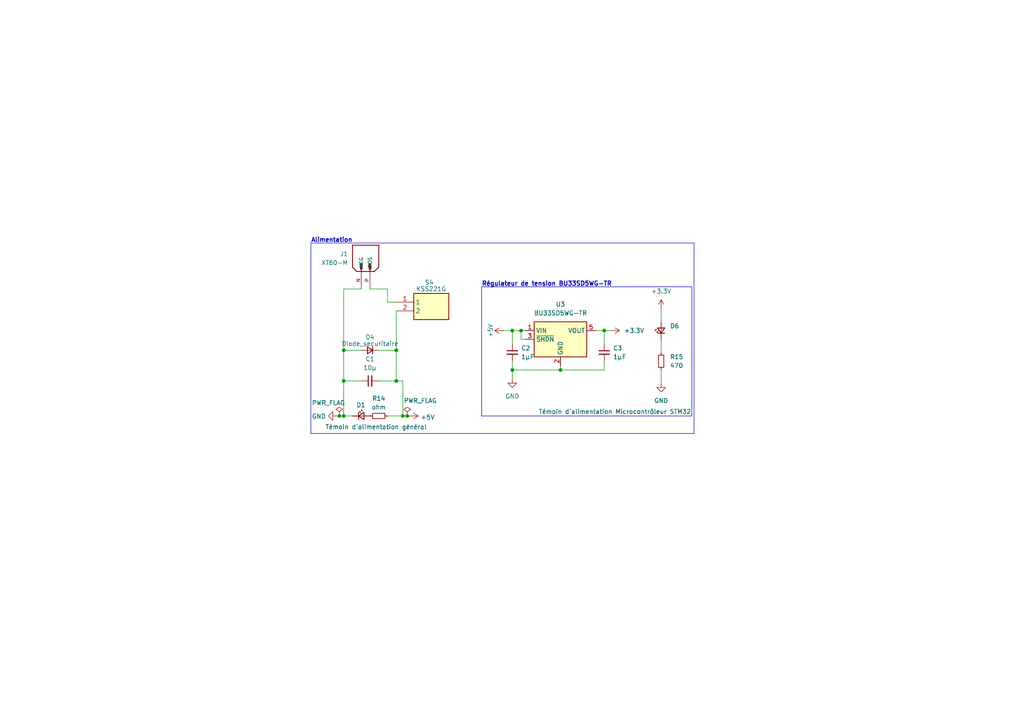
<source format=kicad_sch>
(kicad_sch (version 20230121) (generator eeschema)

  (uuid dfbbaa7b-3fbf-4633-9a47-9eccaa031377)

  (paper "A4")

  (lib_symbols
    (symbol "Device:C_Small" (pin_numbers hide) (pin_names (offset 0.254) hide) (in_bom yes) (on_board yes)
      (property "Reference" "C" (at 0.254 1.778 0)
        (effects (font (size 1.27 1.27)) (justify left))
      )
      (property "Value" "C_Small" (at 0.254 -2.032 0)
        (effects (font (size 1.27 1.27)) (justify left))
      )
      (property "Footprint" "" (at 0 0 0)
        (effects (font (size 1.27 1.27)) hide)
      )
      (property "Datasheet" "~" (at 0 0 0)
        (effects (font (size 1.27 1.27)) hide)
      )
      (property "ki_keywords" "capacitor cap" (at 0 0 0)
        (effects (font (size 1.27 1.27)) hide)
      )
      (property "ki_description" "Unpolarized capacitor, small symbol" (at 0 0 0)
        (effects (font (size 1.27 1.27)) hide)
      )
      (property "ki_fp_filters" "C_*" (at 0 0 0)
        (effects (font (size 1.27 1.27)) hide)
      )
      (symbol "C_Small_0_1"
        (polyline
          (pts
            (xy -1.524 -0.508)
            (xy 1.524 -0.508)
          )
          (stroke (width 0.3302) (type default))
          (fill (type none))
        )
        (polyline
          (pts
            (xy -1.524 0.508)
            (xy 1.524 0.508)
          )
          (stroke (width 0.3048) (type default))
          (fill (type none))
        )
      )
      (symbol "C_Small_1_1"
        (pin passive line (at 0 2.54 270) (length 2.032)
          (name "~" (effects (font (size 1.27 1.27))))
          (number "1" (effects (font (size 1.27 1.27))))
        )
        (pin passive line (at 0 -2.54 90) (length 2.032)
          (name "~" (effects (font (size 1.27 1.27))))
          (number "2" (effects (font (size 1.27 1.27))))
        )
      )
    )
    (symbol "Device:D_Small" (pin_numbers hide) (pin_names (offset 0.254) hide) (in_bom yes) (on_board yes)
      (property "Reference" "D" (at -1.27 2.032 0)
        (effects (font (size 1.27 1.27)) (justify left))
      )
      (property "Value" "D_Small" (at -3.81 -2.032 0)
        (effects (font (size 1.27 1.27)) (justify left))
      )
      (property "Footprint" "" (at 0 0 90)
        (effects (font (size 1.27 1.27)) hide)
      )
      (property "Datasheet" "~" (at 0 0 90)
        (effects (font (size 1.27 1.27)) hide)
      )
      (property "Sim.Device" "D" (at 0 0 0)
        (effects (font (size 1.27 1.27)) hide)
      )
      (property "Sim.Pins" "1=K 2=A" (at 0 0 0)
        (effects (font (size 1.27 1.27)) hide)
      )
      (property "ki_keywords" "diode" (at 0 0 0)
        (effects (font (size 1.27 1.27)) hide)
      )
      (property "ki_description" "Diode, small symbol" (at 0 0 0)
        (effects (font (size 1.27 1.27)) hide)
      )
      (property "ki_fp_filters" "TO-???* *_Diode_* *SingleDiode* D_*" (at 0 0 0)
        (effects (font (size 1.27 1.27)) hide)
      )
      (symbol "D_Small_0_1"
        (polyline
          (pts
            (xy -0.762 -1.016)
            (xy -0.762 1.016)
          )
          (stroke (width 0.254) (type default))
          (fill (type none))
        )
        (polyline
          (pts
            (xy -0.762 0)
            (xy 0.762 0)
          )
          (stroke (width 0) (type default))
          (fill (type none))
        )
        (polyline
          (pts
            (xy 0.762 -1.016)
            (xy -0.762 0)
            (xy 0.762 1.016)
            (xy 0.762 -1.016)
          )
          (stroke (width 0.254) (type default))
          (fill (type none))
        )
      )
      (symbol "D_Small_1_1"
        (pin passive line (at -2.54 0 0) (length 1.778)
          (name "K" (effects (font (size 1.27 1.27))))
          (number "1" (effects (font (size 1.27 1.27))))
        )
        (pin passive line (at 2.54 0 180) (length 1.778)
          (name "A" (effects (font (size 1.27 1.27))))
          (number "2" (effects (font (size 1.27 1.27))))
        )
      )
    )
    (symbol "Device:LED_Small" (pin_numbers hide) (pin_names (offset 0.254) hide) (in_bom yes) (on_board yes)
      (property "Reference" "D" (at -1.27 3.175 0)
        (effects (font (size 1.27 1.27)) (justify left))
      )
      (property "Value" "LED_Small" (at -4.445 -2.54 0)
        (effects (font (size 1.27 1.27)) (justify left))
      )
      (property "Footprint" "" (at 0 0 90)
        (effects (font (size 1.27 1.27)) hide)
      )
      (property "Datasheet" "~" (at 0 0 90)
        (effects (font (size 1.27 1.27)) hide)
      )
      (property "ki_keywords" "LED diode light-emitting-diode" (at 0 0 0)
        (effects (font (size 1.27 1.27)) hide)
      )
      (property "ki_description" "Light emitting diode, small symbol" (at 0 0 0)
        (effects (font (size 1.27 1.27)) hide)
      )
      (property "ki_fp_filters" "LED* LED_SMD:* LED_THT:*" (at 0 0 0)
        (effects (font (size 1.27 1.27)) hide)
      )
      (symbol "LED_Small_0_1"
        (polyline
          (pts
            (xy -0.762 -1.016)
            (xy -0.762 1.016)
          )
          (stroke (width 0.254) (type default))
          (fill (type none))
        )
        (polyline
          (pts
            (xy 1.016 0)
            (xy -0.762 0)
          )
          (stroke (width 0) (type default))
          (fill (type none))
        )
        (polyline
          (pts
            (xy 0.762 -1.016)
            (xy -0.762 0)
            (xy 0.762 1.016)
            (xy 0.762 -1.016)
          )
          (stroke (width 0.254) (type default))
          (fill (type none))
        )
        (polyline
          (pts
            (xy 0 0.762)
            (xy -0.508 1.27)
            (xy -0.254 1.27)
            (xy -0.508 1.27)
            (xy -0.508 1.016)
          )
          (stroke (width 0) (type default))
          (fill (type none))
        )
        (polyline
          (pts
            (xy 0.508 1.27)
            (xy 0 1.778)
            (xy 0.254 1.778)
            (xy 0 1.778)
            (xy 0 1.524)
          )
          (stroke (width 0) (type default))
          (fill (type none))
        )
      )
      (symbol "LED_Small_1_1"
        (pin passive line (at -2.54 0 0) (length 1.778)
          (name "K" (effects (font (size 1.27 1.27))))
          (number "1" (effects (font (size 1.27 1.27))))
        )
        (pin passive line (at 2.54 0 180) (length 1.778)
          (name "A" (effects (font (size 1.27 1.27))))
          (number "2" (effects (font (size 1.27 1.27))))
        )
      )
    )
    (symbol "Device:R_Small" (pin_numbers hide) (pin_names (offset 0.254) hide) (in_bom yes) (on_board yes)
      (property "Reference" "R" (at 0.762 0.508 0)
        (effects (font (size 1.27 1.27)) (justify left))
      )
      (property "Value" "R_Small" (at 0.762 -1.016 0)
        (effects (font (size 1.27 1.27)) (justify left))
      )
      (property "Footprint" "" (at 0 0 0)
        (effects (font (size 1.27 1.27)) hide)
      )
      (property "Datasheet" "~" (at 0 0 0)
        (effects (font (size 1.27 1.27)) hide)
      )
      (property "ki_keywords" "R resistor" (at 0 0 0)
        (effects (font (size 1.27 1.27)) hide)
      )
      (property "ki_description" "Resistor, small symbol" (at 0 0 0)
        (effects (font (size 1.27 1.27)) hide)
      )
      (property "ki_fp_filters" "R_*" (at 0 0 0)
        (effects (font (size 1.27 1.27)) hide)
      )
      (symbol "R_Small_0_1"
        (rectangle (start -0.762 1.778) (end 0.762 -1.778)
          (stroke (width 0.2032) (type default))
          (fill (type none))
        )
      )
      (symbol "R_Small_1_1"
        (pin passive line (at 0 2.54 270) (length 0.762)
          (name "~" (effects (font (size 1.27 1.27))))
          (number "1" (effects (font (size 1.27 1.27))))
        )
        (pin passive line (at 0 -2.54 90) (length 0.762)
          (name "~" (effects (font (size 1.27 1.27))))
          (number "2" (effects (font (size 1.27 1.27))))
        )
      )
    )
    (symbol "KSS221G:KSS221G" (in_bom yes) (on_board yes)
      (property "Reference" "S" (at 16.51 7.62 0)
        (effects (font (size 1.27 1.27)) (justify left top))
      )
      (property "Value" "KSS221G" (at 16.51 5.08 0)
        (effects (font (size 1.27 1.27)) (justify left top))
      )
      (property "Footprint" "KSS221G" (at 16.51 -94.92 0)
        (effects (font (size 1.27 1.27)) (justify left top) hide)
      )
      (property "Datasheet" "https://www.ckswitches.com/media/1463/kss.pdf" (at 16.51 -194.92 0)
        (effects (font (size 1.27 1.27)) (justify left top) hide)
      )
      (property "Height" "1.7" (at 16.51 -394.92 0)
        (effects (font (size 1.27 1.27)) (justify left top) hide)
      )
      (property "Mouser Part Number" "611-KSS221G" (at 16.51 -494.92 0)
        (effects (font (size 1.27 1.27)) (justify left top) hide)
      )
      (property "Mouser Price/Stock" "https://www.mouser.co.uk/ProductDetail/CK/KSS221G?qs=rSrlmGad8O6iNCSzuRfKUQ%3D%3D" (at 16.51 -594.92 0)
        (effects (font (size 1.27 1.27)) (justify left top) hide)
      )
      (property "Manufacturer_Name" "C & K COMPONENTS" (at 16.51 -694.92 0)
        (effects (font (size 1.27 1.27)) (justify left top) hide)
      )
      (property "Manufacturer_Part_Number" "KSS221G" (at 16.51 -794.92 0)
        (effects (font (size 1.27 1.27)) (justify left top) hide)
      )
      (property "ki_description" "Tactile Switch SPST-NO Side Actuated Surface Mount, Right Angle" (at 0 0 0)
        (effects (font (size 1.27 1.27)) hide)
      )
      (symbol "KSS221G_1_1"
        (rectangle (start 5.08 2.54) (end 15.24 -5.08)
          (stroke (width 0.254) (type default))
          (fill (type background))
        )
        (pin passive line (at 0 0 0) (length 5.08)
          (name "1" (effects (font (size 1.27 1.27))))
          (number "1" (effects (font (size 1.27 1.27))))
        )
        (pin passive line (at 0 -2.54 0) (length 5.08)
          (name "2" (effects (font (size 1.27 1.27))))
          (number "2" (effects (font (size 1.27 1.27))))
        )
      )
    )
    (symbol "Regulator_Linear:MCP1802x-xx02xOT" (in_bom yes) (on_board yes)
      (property "Reference" "U" (at -6.35 6.35 0)
        (effects (font (size 1.27 1.27)) (justify left))
      )
      (property "Value" "MCP1802x-xx02xOT" (at 0 6.35 0)
        (effects (font (size 1.27 1.27)) (justify left))
      )
      (property "Footprint" "Package_TO_SOT_SMD:SOT-23-5" (at -6.35 8.89 0)
        (effects (font (size 1.27 1.27) italic) (justify left) hide)
      )
      (property "Datasheet" "http://ww1.microchip.com/downloads/en/DeviceDoc/22053C.pdf" (at 0 -2.54 0)
        (effects (font (size 1.27 1.27)) hide)
      )
      (property "ki_keywords" "LDO Linear Voltage Regulator" (at 0 0 0)
        (effects (font (size 1.27 1.27)) hide)
      )
      (property "ki_description" "150mA, Tiny CMOS LDO With Shutdown, Fixed Voltage, SOT-23-5" (at 0 0 0)
        (effects (font (size 1.27 1.27)) hide)
      )
      (property "ki_fp_filters" "SOT?23*" (at 0 0 0)
        (effects (font (size 1.27 1.27)) hide)
      )
      (symbol "MCP1802x-xx02xOT_0_1"
        (rectangle (start -7.62 5.08) (end 7.62 -5.08)
          (stroke (width 0.254) (type default))
          (fill (type background))
        )
      )
      (symbol "MCP1802x-xx02xOT_1_1"
        (pin power_in line (at -10.16 2.54 0) (length 2.54)
          (name "VIN" (effects (font (size 1.27 1.27))))
          (number "1" (effects (font (size 1.27 1.27))))
        )
        (pin power_in line (at 0 -7.62 90) (length 2.54)
          (name "GND" (effects (font (size 1.27 1.27))))
          (number "2" (effects (font (size 1.27 1.27))))
        )
        (pin input line (at -10.16 0 0) (length 2.54)
          (name "~{SHDN}" (effects (font (size 1.27 1.27))))
          (number "3" (effects (font (size 1.27 1.27))))
        )
        (pin no_connect line (at 7.62 0 180) (length 2.54) hide
          (name "NC" (effects (font (size 1.27 1.27))))
          (number "4" (effects (font (size 1.27 1.27))))
        )
        (pin power_out line (at 10.16 2.54 180) (length 2.54)
          (name "VOUT" (effects (font (size 1.27 1.27))))
          (number "5" (effects (font (size 1.27 1.27))))
        )
      )
    )
    (symbol "XT60-M:XT60-M" (pin_names (offset 1.016)) (in_bom yes) (on_board yes)
      (property "Reference" "J" (at 0 6.35 0)
        (effects (font (size 1.27 1.27)) (justify left bottom))
      )
      (property "Value" "XT60-M" (at 0 -5.08 0)
        (effects (font (size 1.27 1.27)) (justify left bottom))
      )
      (property "Footprint" "XT60-M:AMASS_XT60-M" (at 0 0 0)
        (effects (font (size 1.27 1.27)) (justify bottom) hide)
      )
      (property "Datasheet" "" (at 0 0 0)
        (effects (font (size 1.27 1.27)) hide)
      )
      (property "MF" "AMASS" (at 0 0 0)
        (effects (font (size 1.27 1.27)) (justify bottom) hide)
      )
      (property "MAXIMUM_PACKAGE_HEIGHT" "16.00 mm" (at 0 0 0)
        (effects (font (size 1.27 1.27)) (justify bottom) hide)
      )
      (property "Package" "Package" (at 0 0 0)
        (effects (font (size 1.27 1.27)) (justify bottom) hide)
      )
      (property "Price" "None" (at 0 0 0)
        (effects (font (size 1.27 1.27)) (justify bottom) hide)
      )
      (property "Check_prices" "https://www.snapeda.com/parts/XT60-M/AMASS/view-part/?ref=eda" (at 0 0 0)
        (effects (font (size 1.27 1.27)) (justify bottom) hide)
      )
      (property "STANDARD" "IPC 7351B" (at 0 0 0)
        (effects (font (size 1.27 1.27)) (justify bottom) hide)
      )
      (property "PARTREV" "V1.2" (at 0 0 0)
        (effects (font (size 1.27 1.27)) (justify bottom) hide)
      )
      (property "SnapEDA_Link" "https://www.snapeda.com/parts/XT60-M/AMASS/view-part/?ref=snap" (at 0 0 0)
        (effects (font (size 1.27 1.27)) (justify bottom) hide)
      )
      (property "MP" "XT60-M" (at 0 0 0)
        (effects (font (size 1.27 1.27)) (justify bottom) hide)
      )
      (property "Description" "\nPlug; DC supply; XT60; male; PIN: 2; for cable; soldered; 30A; 500V\n" (at 0 0 0)
        (effects (font (size 1.27 1.27)) (justify bottom) hide)
      )
      (property "Availability" "Not in stock" (at 0 0 0)
        (effects (font (size 1.27 1.27)) (justify bottom) hide)
      )
      (property "MANUFACTURER" "AMASS" (at 0 0 0)
        (effects (font (size 1.27 1.27)) (justify bottom) hide)
      )
      (symbol "XT60-M_0_0"
        (polyline
          (pts
            (xy 0 -1.27)
            (xy 1.27 -2.54)
          )
          (stroke (width 0.254) (type default))
          (fill (type none))
        )
        (polyline
          (pts
            (xy 0 0)
            (xy 1.905 0)
          )
          (stroke (width 0.254) (type default))
          (fill (type none))
        )
        (polyline
          (pts
            (xy 0 2.54)
            (xy 0 -1.27)
          )
          (stroke (width 0.254) (type default))
          (fill (type none))
        )
        (polyline
          (pts
            (xy 0 2.54)
            (xy 1.905 2.54)
          )
          (stroke (width 0.254) (type default))
          (fill (type none))
        )
        (polyline
          (pts
            (xy 0 3.81)
            (xy 0 2.54)
          )
          (stroke (width 0.254) (type default))
          (fill (type none))
        )
        (polyline
          (pts
            (xy 0 3.81)
            (xy 1.27 5.08)
          )
          (stroke (width 0.254) (type default))
          (fill (type none))
        )
        (polyline
          (pts
            (xy 1.27 -2.54)
            (xy 7.62 -2.54)
          )
          (stroke (width 0.254) (type default))
          (fill (type none))
        )
        (polyline
          (pts
            (xy 7.62 -2.54)
            (xy 7.62 5.08)
          )
          (stroke (width 0.254) (type default))
          (fill (type none))
        )
        (polyline
          (pts
            (xy 7.62 5.08)
            (xy 1.27 5.08)
          )
          (stroke (width 0.254) (type default))
          (fill (type none))
        )
        (rectangle (start 0.635 -0.3175) (end 2.2225 0.3175)
          (stroke (width 0.1) (type default))
          (fill (type outline))
        )
        (rectangle (start 0.635 2.2225) (end 2.2225 2.8575)
          (stroke (width 0.1) (type default))
          (fill (type outline))
        )
        (pin passive line (at -5.08 0 0) (length 5.08)
          (name "NEG" (effects (font (size 1.016 1.016))))
          (number "N" (effects (font (size 1.016 1.016))))
        )
        (pin passive line (at -5.08 2.54 0) (length 5.08)
          (name "POS" (effects (font (size 1.016 1.016))))
          (number "P" (effects (font (size 1.016 1.016))))
        )
      )
    )
    (symbol "power:+3.3V" (power) (pin_names (offset 0)) (in_bom yes) (on_board yes)
      (property "Reference" "#PWR" (at 0 -3.81 0)
        (effects (font (size 1.27 1.27)) hide)
      )
      (property "Value" "+3.3V" (at 0 3.556 0)
        (effects (font (size 1.27 1.27)))
      )
      (property "Footprint" "" (at 0 0 0)
        (effects (font (size 1.27 1.27)) hide)
      )
      (property "Datasheet" "" (at 0 0 0)
        (effects (font (size 1.27 1.27)) hide)
      )
      (property "ki_keywords" "global power" (at 0 0 0)
        (effects (font (size 1.27 1.27)) hide)
      )
      (property "ki_description" "Power symbol creates a global label with name \"+3.3V\"" (at 0 0 0)
        (effects (font (size 1.27 1.27)) hide)
      )
      (symbol "+3.3V_0_1"
        (polyline
          (pts
            (xy -0.762 1.27)
            (xy 0 2.54)
          )
          (stroke (width 0) (type default))
          (fill (type none))
        )
        (polyline
          (pts
            (xy 0 0)
            (xy 0 2.54)
          )
          (stroke (width 0) (type default))
          (fill (type none))
        )
        (polyline
          (pts
            (xy 0 2.54)
            (xy 0.762 1.27)
          )
          (stroke (width 0) (type default))
          (fill (type none))
        )
      )
      (symbol "+3.3V_1_1"
        (pin power_in line (at 0 0 90) (length 0) hide
          (name "+3.3V" (effects (font (size 1.27 1.27))))
          (number "1" (effects (font (size 1.27 1.27))))
        )
      )
    )
    (symbol "power:+5V" (power) (pin_names (offset 0)) (in_bom yes) (on_board yes)
      (property "Reference" "#PWR" (at 0 -3.81 0)
        (effects (font (size 1.27 1.27)) hide)
      )
      (property "Value" "+5V" (at 0 3.556 0)
        (effects (font (size 1.27 1.27)))
      )
      (property "Footprint" "" (at 0 0 0)
        (effects (font (size 1.27 1.27)) hide)
      )
      (property "Datasheet" "" (at 0 0 0)
        (effects (font (size 1.27 1.27)) hide)
      )
      (property "ki_keywords" "global power" (at 0 0 0)
        (effects (font (size 1.27 1.27)) hide)
      )
      (property "ki_description" "Power symbol creates a global label with name \"+5V\"" (at 0 0 0)
        (effects (font (size 1.27 1.27)) hide)
      )
      (symbol "+5V_0_1"
        (polyline
          (pts
            (xy -0.762 1.27)
            (xy 0 2.54)
          )
          (stroke (width 0) (type default))
          (fill (type none))
        )
        (polyline
          (pts
            (xy 0 0)
            (xy 0 2.54)
          )
          (stroke (width 0) (type default))
          (fill (type none))
        )
        (polyline
          (pts
            (xy 0 2.54)
            (xy 0.762 1.27)
          )
          (stroke (width 0) (type default))
          (fill (type none))
        )
      )
      (symbol "+5V_1_1"
        (pin power_in line (at 0 0 90) (length 0) hide
          (name "+5V" (effects (font (size 1.27 1.27))))
          (number "1" (effects (font (size 1.27 1.27))))
        )
      )
    )
    (symbol "power:GND" (power) (pin_names (offset 0)) (in_bom yes) (on_board yes)
      (property "Reference" "#PWR" (at 0 -6.35 0)
        (effects (font (size 1.27 1.27)) hide)
      )
      (property "Value" "GND" (at 0 -3.81 0)
        (effects (font (size 1.27 1.27)))
      )
      (property "Footprint" "" (at 0 0 0)
        (effects (font (size 1.27 1.27)) hide)
      )
      (property "Datasheet" "" (at 0 0 0)
        (effects (font (size 1.27 1.27)) hide)
      )
      (property "ki_keywords" "global power" (at 0 0 0)
        (effects (font (size 1.27 1.27)) hide)
      )
      (property "ki_description" "Power symbol creates a global label with name \"GND\" , ground" (at 0 0 0)
        (effects (font (size 1.27 1.27)) hide)
      )
      (symbol "GND_0_1"
        (polyline
          (pts
            (xy 0 0)
            (xy 0 -1.27)
            (xy 1.27 -1.27)
            (xy 0 -2.54)
            (xy -1.27 -1.27)
            (xy 0 -1.27)
          )
          (stroke (width 0) (type default))
          (fill (type none))
        )
      )
      (symbol "GND_1_1"
        (pin power_in line (at 0 0 270) (length 0) hide
          (name "GND" (effects (font (size 1.27 1.27))))
          (number "1" (effects (font (size 1.27 1.27))))
        )
      )
    )
    (symbol "power:PWR_FLAG" (power) (pin_numbers hide) (pin_names (offset 0) hide) (in_bom yes) (on_board yes)
      (property "Reference" "#FLG" (at 0 1.905 0)
        (effects (font (size 1.27 1.27)) hide)
      )
      (property "Value" "PWR_FLAG" (at 0 3.81 0)
        (effects (font (size 1.27 1.27)))
      )
      (property "Footprint" "" (at 0 0 0)
        (effects (font (size 1.27 1.27)) hide)
      )
      (property "Datasheet" "~" (at 0 0 0)
        (effects (font (size 1.27 1.27)) hide)
      )
      (property "ki_keywords" "flag power" (at 0 0 0)
        (effects (font (size 1.27 1.27)) hide)
      )
      (property "ki_description" "Special symbol for telling ERC where power comes from" (at 0 0 0)
        (effects (font (size 1.27 1.27)) hide)
      )
      (symbol "PWR_FLAG_0_0"
        (pin power_out line (at 0 0 90) (length 0)
          (name "pwr" (effects (font (size 1.27 1.27))))
          (number "1" (effects (font (size 1.27 1.27))))
        )
      )
      (symbol "PWR_FLAG_0_1"
        (polyline
          (pts
            (xy 0 0)
            (xy 0 1.27)
            (xy -1.016 1.905)
            (xy 0 2.54)
            (xy 1.016 1.905)
            (xy 0 1.27)
          )
          (stroke (width 0) (type default))
          (fill (type none))
        )
      )
    )
  )

  (junction (at 98.425 120.65) (diameter 0) (color 0 0 0 0)
    (uuid 14cac279-eba4-4193-bdd2-deb9142f09a9)
  )
  (junction (at 114.935 101.6) (diameter 0) (color 0 0 0 0)
    (uuid 32015752-d867-41bc-a56d-e3a6f3460eb6)
  )
  (junction (at 175.26 95.885) (diameter 0) (color 0 0 0 0)
    (uuid 3dca3a69-f529-48b5-a418-9f1799424a97)
  )
  (junction (at 162.56 107.315) (diameter 0) (color 0 0 0 0)
    (uuid 41cc34e2-bc98-4a0c-a451-5de4b5e4df1d)
  )
  (junction (at 114.935 110.49) (diameter 0) (color 0 0 0 0)
    (uuid 5553aef2-35e8-4488-ba85-e4a9191be30a)
  )
  (junction (at 116.84 120.65) (diameter 0) (color 0 0 0 0)
    (uuid 7f0ead00-c5bd-4265-9c0e-ad4b68b41811)
  )
  (junction (at 151.13 95.885) (diameter 0) (color 0 0 0 0)
    (uuid 831220fe-cb40-4804-b708-d8a6cf18b35a)
  )
  (junction (at 148.59 107.315) (diameter 0) (color 0 0 0 0)
    (uuid 858094a7-bd75-4283-a118-a54cb16ea487)
  )
  (junction (at 99.695 101.6) (diameter 0) (color 0 0 0 0)
    (uuid 8e37bcdc-1fcd-485d-a469-5321df608dce)
  )
  (junction (at 99.695 120.65) (diameter 0) (color 0 0 0 0)
    (uuid 98bdd6ef-4c97-42e8-a2a9-488311d990ec)
  )
  (junction (at 148.59 95.885) (diameter 0) (color 0 0 0 0)
    (uuid c48c2af6-64f1-45c1-a658-6ab3aed34a84)
  )
  (junction (at 99.695 110.49) (diameter 0) (color 0 0 0 0)
    (uuid d9f9d8ae-5b7e-4e15-91de-64b281ddca55)
  )
  (junction (at 118.11 120.65) (diameter 0) (color 0 0 0 0)
    (uuid de627701-39ee-4694-b95e-afeeffbf04a7)
  )

  (wire (pts (xy 191.77 89.535) (xy 191.77 93.345))
    (stroke (width 0) (type default))
    (uuid 02c56fa0-a6f1-4a67-b3e2-3610418c5ceb)
  )
  (wire (pts (xy 109.855 110.49) (xy 114.935 110.49))
    (stroke (width 0) (type default))
    (uuid 17a9b233-ec16-4dc7-96a2-710ed570c774)
  )
  (wire (pts (xy 116.84 110.49) (xy 116.84 120.65))
    (stroke (width 0) (type default))
    (uuid 2331ca06-ae7a-4199-990d-b72f121e77fe)
  )
  (wire (pts (xy 148.59 95.885) (xy 148.59 99.695))
    (stroke (width 0) (type default))
    (uuid 23cc6693-d31a-43b9-bd15-2cb63f54949c)
  )
  (wire (pts (xy 99.695 101.6) (xy 99.695 110.49))
    (stroke (width 0) (type default))
    (uuid 2600204f-db64-4207-b58e-ba679580da3c)
  )
  (wire (pts (xy 175.26 107.315) (xy 175.26 104.775))
    (stroke (width 0) (type default))
    (uuid 2727e53b-d50b-4ad0-aec2-5364ec8b5d73)
  )
  (wire (pts (xy 99.695 83.82) (xy 99.695 101.6))
    (stroke (width 0) (type default))
    (uuid 34463b0f-13de-4110-9eca-c625963d73ed)
  )
  (wire (pts (xy 112.395 87.63) (xy 114.935 87.63))
    (stroke (width 0) (type default))
    (uuid 382b9641-0348-42f0-91c6-ba84368c2785)
  )
  (wire (pts (xy 118.11 120.65) (xy 118.745 120.65))
    (stroke (width 0) (type default))
    (uuid 3b424ca8-57be-494d-86b6-d0990e82eca6)
  )
  (wire (pts (xy 148.59 104.775) (xy 148.59 107.315))
    (stroke (width 0) (type default))
    (uuid 4b863a82-422f-4b8f-a048-42bdf5f86ccc)
  )
  (polyline (pts (xy 90.17 125.73) (xy 201.295 125.73))
    (stroke (width 0) (type default))
    (uuid 57636014-2575-4791-8e3c-f34b41fa5417)
  )

  (wire (pts (xy 172.72 95.885) (xy 175.26 95.885))
    (stroke (width 0) (type default))
    (uuid 5a59c1d3-0060-41dc-8462-d04c4ff5452e)
  )
  (wire (pts (xy 112.395 120.65) (xy 116.84 120.65))
    (stroke (width 0) (type default))
    (uuid 5bd0a8dd-3a2f-482f-a18c-768d961f06e5)
  )
  (wire (pts (xy 114.935 110.49) (xy 116.84 110.49))
    (stroke (width 0) (type default))
    (uuid 60e26a31-cd89-4fc2-aafa-49eb020e3d99)
  )
  (wire (pts (xy 114.935 110.49) (xy 114.935 101.6))
    (stroke (width 0) (type default))
    (uuid 627a3d54-d5c9-4455-b723-9b712cb7d94b)
  )
  (wire (pts (xy 151.13 95.885) (xy 148.59 95.885))
    (stroke (width 0) (type default))
    (uuid 6da8bf22-0e64-4702-92a2-206e6ce2e8f6)
  )
  (polyline (pts (xy 90.17 70.485) (xy 90.17 125.73))
    (stroke (width 0) (type default))
    (uuid 71c9b113-6438-481b-aa99-11dfcd80864e)
  )
  (polyline (pts (xy 139.7 117.475) (xy 139.7 120.65))
    (stroke (width 0) (type default))
    (uuid 71f2ab43-b174-447d-ad86-1313603a2265)
  )

  (wire (pts (xy 162.56 107.315) (xy 162.56 106.045))
    (stroke (width 0) (type default))
    (uuid 74c96614-0bb6-4da2-9174-07947d6ef4b8)
  )
  (wire (pts (xy 151.13 95.885) (xy 151.13 98.425))
    (stroke (width 0) (type default))
    (uuid 756c1efb-a56f-4687-8caf-b83f7d706c73)
  )
  (wire (pts (xy 152.4 95.885) (xy 151.13 95.885))
    (stroke (width 0) (type default))
    (uuid 7695139b-8f29-4984-90cb-64c515416a38)
  )
  (wire (pts (xy 175.26 95.885) (xy 177.165 95.885))
    (stroke (width 0) (type default))
    (uuid 7995bae8-2114-4e3c-9f36-a9370093fd24)
  )
  (wire (pts (xy 162.56 107.315) (xy 175.26 107.315))
    (stroke (width 0) (type default))
    (uuid 7be9489e-0fea-4f34-8808-b9739a1c6d8e)
  )
  (wire (pts (xy 114.935 90.17) (xy 114.935 101.6))
    (stroke (width 0) (type default))
    (uuid 807717f9-7c61-426c-af4d-98402fd2a1a0)
  )
  (wire (pts (xy 107.315 83.82) (xy 112.395 83.82))
    (stroke (width 0) (type default))
    (uuid 888820ea-0982-492f-a83d-5f40234d3325)
  )
  (wire (pts (xy 116.84 120.65) (xy 118.11 120.65))
    (stroke (width 0) (type default))
    (uuid 8b563083-1e82-40bc-91cc-c4364a253fbe)
  )
  (wire (pts (xy 146.05 95.885) (xy 148.59 95.885))
    (stroke (width 0) (type default))
    (uuid 96846da3-82e3-47f3-84fb-ee6cef4f51bd)
  )
  (wire (pts (xy 114.935 101.6) (xy 109.855 101.6))
    (stroke (width 0) (type default))
    (uuid 9a0884ec-e862-4c97-9d54-68b5e2cf4442)
  )
  (wire (pts (xy 99.695 120.65) (xy 99.695 110.49))
    (stroke (width 0) (type default))
    (uuid 9baa3d1f-6256-469a-91e6-3bad64208e23)
  )
  (wire (pts (xy 99.695 110.49) (xy 104.775 110.49))
    (stroke (width 0) (type default))
    (uuid 9c960c9d-29d6-4e65-8a13-9ca7fb07a7bc)
  )
  (wire (pts (xy 104.775 83.82) (xy 99.695 83.82))
    (stroke (width 0) (type default))
    (uuid af678430-6272-4a3d-b930-b1b654589c63)
  )
  (wire (pts (xy 102.235 120.65) (xy 99.695 120.65))
    (stroke (width 0) (type default))
    (uuid b7f4c092-fb33-4e9c-b4c5-7cca58516242)
  )
  (wire (pts (xy 148.59 107.315) (xy 148.59 109.855))
    (stroke (width 0) (type default))
    (uuid ba2bca30-98df-47cb-9ab0-245759a5baa4)
  )
  (polyline (pts (xy 139.7 120.65) (xy 200.66 120.65))
    (stroke (width 0) (type default))
    (uuid cb102bc5-79ee-4d77-8a60-0e2b89111fd8)
  )

  (wire (pts (xy 191.77 98.425) (xy 191.77 102.235))
    (stroke (width 0) (type default))
    (uuid d7eeacb4-1e97-41eb-a46d-9b7ef6540f9f)
  )
  (polyline (pts (xy 200.66 83.185) (xy 200.66 120.65))
    (stroke (width 0) (type default))
    (uuid d86794e0-1ebf-49ab-adea-ecff837d3d1f)
  )
  (polyline (pts (xy 139.7 83.185) (xy 139.7 117.475))
    (stroke (width 0) (type default))
    (uuid e49b98ed-073f-4f8d-91be-6a86604b33b9)
  )

  (wire (pts (xy 98.425 120.65) (xy 99.695 120.65))
    (stroke (width 0) (type default))
    (uuid e6b8c327-04cc-4a67-82c5-f6ff9748c175)
  )
  (polyline (pts (xy 90.17 70.485) (xy 201.295 70.485))
    (stroke (width 0) (type default))
    (uuid ea3a888b-636a-4741-8573-357f5fb25df8)
  )

  (wire (pts (xy 99.695 101.6) (xy 104.775 101.6))
    (stroke (width 0) (type default))
    (uuid ee1ff652-1cc3-4190-9f97-6da44cab5b74)
  )
  (polyline (pts (xy 200.66 83.185) (xy 139.7 83.185))
    (stroke (width 0) (type default))
    (uuid f196a429-55d2-433a-8ecb-14007160fd2a)
  )

  (wire (pts (xy 148.59 107.315) (xy 162.56 107.315))
    (stroke (width 0) (type default))
    (uuid f2182bd4-f533-4792-8960-01a498a91106)
  )
  (wire (pts (xy 112.395 87.63) (xy 112.395 83.82))
    (stroke (width 0) (type default))
    (uuid f2ced2bc-b7a6-49fa-8e99-bc2f03cad432)
  )
  (wire (pts (xy 97.79 120.65) (xy 98.425 120.65))
    (stroke (width 0) (type default))
    (uuid f49c9ef0-f7fb-4b05-aec5-15c7c8ee265d)
  )
  (wire (pts (xy 175.26 95.885) (xy 175.26 99.695))
    (stroke (width 0) (type default))
    (uuid f9a8d7a8-ba16-42bd-84ba-ea597b6a6d59)
  )
  (wire (pts (xy 151.13 98.425) (xy 152.4 98.425))
    (stroke (width 0) (type default))
    (uuid fbd8008c-8cd0-4cdc-aa5b-4d2cf94bfa31)
  )
  (wire (pts (xy 191.77 107.315) (xy 191.77 111.125))
    (stroke (width 0) (type default))
    (uuid fe28a296-5b79-4f7d-bbb7-f4edad5bb3ac)
  )
  (polyline (pts (xy 201.295 125.73) (xy 201.295 70.485))
    (stroke (width 0) (type default))
    (uuid ff28fb2e-c149-4a1a-ac73-189a59931b78)
  )

  (text "Régulateur de tension BU33SD5WG-TR" (at 139.7 83.185 0)
    (effects (font (size 1.27 1.27) bold) (justify left bottom))
    (uuid 2300cd68-4e62-4dc4-814b-809bbbebada0)
  )
  (text "Alimentation" (at 90.17 70.485 0)
    (effects (font (size 1.27 1.27) (thickness 0.254) bold) (justify left bottom))
    (uuid 843e0864-4a88-43c7-9f25-78c520f6b82c)
  )

  (symbol (lib_id "Device:LED_Small") (at 104.775 120.65 0) (unit 1)
    (in_bom yes) (on_board yes) (dnp no)
    (uuid 0de0f2ae-733a-4333-a9ce-eec936263aea)
    (property "Reference" "D1" (at 106.045 117.475 0)
      (effects (font (size 1.27 1.27)) (justify right))
    )
    (property "Value" "Témoin d'alimentation général" (at 123.825 123.825 0)
      (effects (font (size 1.27 1.27)) (justify right))
    )
    (property "Footprint" "LED_SMD:LED_0603_1608Metric_Pad1.05x0.95mm_HandSolder" (at 104.775 120.65 90)
      (effects (font (size 1.27 1.27)) hide)
    )
    (property "Datasheet" "~" (at 104.775 120.65 90)
      (effects (font (size 1.27 1.27)) hide)
    )
    (pin "1" (uuid 0dbcc141-98eb-4f06-ae3e-e7fb33ffd8e7))
    (pin "2" (uuid 7d9e70c5-d2d3-4d98-99fc-1f7bd2563ff1))
    (instances
      (project "Projet_PAZ"
        (path "/2ce892fe-c082-4bae-b2dd-3c3e6d69cf95/07f0e401-abd2-4659-8904-aadc1a23d4ec"
          (reference "D1") (unit 1)
        )
      )
    )
  )

  (symbol (lib_id "power:GND") (at 148.59 109.855 0) (unit 1)
    (in_bom yes) (on_board yes) (dnp no) (fields_autoplaced)
    (uuid 15cb15b4-1723-4af7-a6b9-927187c42a79)
    (property "Reference" "#PWR036" (at 148.59 116.205 0)
      (effects (font (size 1.27 1.27)) hide)
    )
    (property "Value" "GND" (at 148.59 114.935 0)
      (effects (font (size 1.27 1.27)))
    )
    (property "Footprint" "" (at 148.59 109.855 0)
      (effects (font (size 1.27 1.27)) hide)
    )
    (property "Datasheet" "" (at 148.59 109.855 0)
      (effects (font (size 1.27 1.27)) hide)
    )
    (pin "1" (uuid b7f6c975-04d6-478e-bf04-27e8b679e416))
    (instances
      (project "Projet_PAZ"
        (path "/2ce892fe-c082-4bae-b2dd-3c3e6d69cf95/07f0e401-abd2-4659-8904-aadc1a23d4ec"
          (reference "#PWR036") (unit 1)
        )
      )
    )
  )

  (symbol (lib_id "KSS221G:KSS221G") (at 114.935 87.63 0) (unit 1)
    (in_bom yes) (on_board yes) (dnp no)
    (uuid 2b8258c2-3ead-44eb-b703-910a895ad26b)
    (property "Reference" "S4" (at 123.19 81.915 0)
      (effects (font (size 1.27 1.27)) (justify left))
    )
    (property "Value" "KSS221G" (at 120.65 83.82 0)
      (effects (font (size 1.27 1.27)) (justify left))
    )
    (property "Footprint" "MesEmpreintes:KSS221G" (at 131.445 182.55 0)
      (effects (font (size 1.27 1.27)) (justify left top) hide)
    )
    (property "Datasheet" "https://www.ckswitches.com/media/1463/kss.pdf" (at 131.445 282.55 0)
      (effects (font (size 1.27 1.27)) (justify left top) hide)
    )
    (property "Height" "1.7" (at 131.445 482.55 0)
      (effects (font (size 1.27 1.27)) (justify left top) hide)
    )
    (property "Mouser Part Number" "611-KSS221G" (at 131.445 582.55 0)
      (effects (font (size 1.27 1.27)) (justify left top) hide)
    )
    (property "Mouser Price/Stock" "https://www.mouser.co.uk/ProductDetail/CK/KSS221G?qs=rSrlmGad8O6iNCSzuRfKUQ%3D%3D" (at 131.445 682.55 0)
      (effects (font (size 1.27 1.27)) (justify left top) hide)
    )
    (property "Manufacturer_Name" "C & K COMPONENTS" (at 131.445 782.55 0)
      (effects (font (size 1.27 1.27)) (justify left top) hide)
    )
    (property "Manufacturer_Part_Number" "KSS221G" (at 131.445 882.55 0)
      (effects (font (size 1.27 1.27)) (justify left top) hide)
    )
    (pin "1" (uuid f495e185-1b95-49aa-8310-47504eb501c0))
    (pin "2" (uuid de0d3340-4945-4f44-9705-d03be7360b3d))
    (instances
      (project "Projet_PAZ"
        (path "/2ce892fe-c082-4bae-b2dd-3c3e6d69cf95/07f0e401-abd2-4659-8904-aadc1a23d4ec"
          (reference "S4") (unit 1)
        )
      )
    )
  )

  (symbol (lib_id "power:GND") (at 97.79 120.65 270) (unit 1)
    (in_bom yes) (on_board yes) (dnp no)
    (uuid 30ba740d-1469-46d6-bc76-664a83a9f501)
    (property "Reference" "#PWR031" (at 91.44 120.65 0)
      (effects (font (size 1.27 1.27)) hide)
    )
    (property "Value" "GND" (at 94.5388 120.777 90)
      (effects (font (size 1.27 1.27)) (justify right))
    )
    (property "Footprint" "" (at 97.79 120.65 0)
      (effects (font (size 1.27 1.27)) hide)
    )
    (property "Datasheet" "" (at 97.79 120.65 0)
      (effects (font (size 1.27 1.27)) hide)
    )
    (pin "1" (uuid b53f8eb9-e92b-4e14-b5e8-e8b47057d170))
    (instances
      (project "Projet_PAZ"
        (path "/2ce892fe-c082-4bae-b2dd-3c3e6d69cf95/07f0e401-abd2-4659-8904-aadc1a23d4ec"
          (reference "#PWR031") (unit 1)
        )
      )
    )
  )

  (symbol (lib_id "Device:R_Small") (at 109.855 120.65 90) (unit 1)
    (in_bom yes) (on_board yes) (dnp no) (fields_autoplaced)
    (uuid 46b01c74-a9bd-4051-a340-2cad0075d576)
    (property "Reference" "R14" (at 109.855 115.57 90)
      (effects (font (size 1.27 1.27)))
    )
    (property "Value" "ohm" (at 109.855 118.11 90)
      (effects (font (size 1.27 1.27)))
    )
    (property "Footprint" "Resistor_SMD:R_0603_1608Metric_Pad0.98x0.95mm_HandSolder" (at 109.855 120.65 0)
      (effects (font (size 1.27 1.27)) hide)
    )
    (property "Datasheet" "~" (at 109.855 120.65 0)
      (effects (font (size 1.27 1.27)) hide)
    )
    (pin "2" (uuid a651be14-e648-4f48-b2ea-36554d6a37d2))
    (pin "1" (uuid 771944a7-a0f2-4062-8599-8e88777dd2fc))
    (instances
      (project "Projet_PAZ"
        (path "/2ce892fe-c082-4bae-b2dd-3c3e6d69cf95/07f0e401-abd2-4659-8904-aadc1a23d4ec"
          (reference "R14") (unit 1)
        )
      )
    )
  )

  (symbol (lib_id "Device:D_Small") (at 107.315 101.6 180) (unit 1)
    (in_bom yes) (on_board yes) (dnp no)
    (uuid 56855b96-e321-41cc-a19f-ab009cf4ca08)
    (property "Reference" "D4" (at 107.315 97.79 0)
      (effects (font (size 1.27 1.27)))
    )
    (property "Value" "Diode_securitaire" (at 107.315 99.695 0)
      (effects (font (size 1.27 1.27)))
    )
    (property "Footprint" "Diode_SMD:D_0603_1608Metric_Pad1.05x0.95mm_HandSolder" (at 107.315 101.6 90)
      (effects (font (size 1.27 1.27)) hide)
    )
    (property "Datasheet" "~" (at 107.315 101.6 90)
      (effects (font (size 1.27 1.27)) hide)
    )
    (property "Sim.Device" "D" (at 107.315 101.6 0)
      (effects (font (size 1.27 1.27)) hide)
    )
    (property "Sim.Pins" "1=K 2=A" (at 107.315 101.6 0)
      (effects (font (size 1.27 1.27)) hide)
    )
    (pin "2" (uuid b8767a24-f8c5-4cec-affe-eacc22631d7d))
    (pin "1" (uuid 071c89c5-40a9-422e-a590-4db3be738fce))
    (instances
      (project "Projet_PAZ"
        (path "/2ce892fe-c082-4bae-b2dd-3c3e6d69cf95/07f0e401-abd2-4659-8904-aadc1a23d4ec"
          (reference "D4") (unit 1)
        )
      )
    )
  )

  (symbol (lib_id "power:PWR_FLAG") (at 118.11 120.65 0) (unit 1)
    (in_bom yes) (on_board yes) (dnp no)
    (uuid 647a8ee0-5112-4bdd-aecb-975d0aa59b6a)
    (property "Reference" "#FLG05" (at 118.11 118.745 0)
      (effects (font (size 1.27 1.27)) hide)
    )
    (property "Value" "PWR_FLAG" (at 121.92 116.205 0)
      (effects (font (size 1.27 1.27)))
    )
    (property "Footprint" "" (at 118.11 120.65 0)
      (effects (font (size 1.27 1.27)) hide)
    )
    (property "Datasheet" "~" (at 118.11 120.65 0)
      (effects (font (size 1.27 1.27)) hide)
    )
    (pin "1" (uuid 3c8325d4-e41f-4796-85c0-529b1b592fcf))
    (instances
      (project "Projet_PAZ"
        (path "/2ce892fe-c082-4bae-b2dd-3c3e6d69cf95/07f0e401-abd2-4659-8904-aadc1a23d4ec"
          (reference "#FLG05") (unit 1)
        )
      )
    )
  )

  (symbol (lib_id "Device:C_Small") (at 148.59 102.235 0) (unit 1)
    (in_bom yes) (on_board yes) (dnp no) (fields_autoplaced)
    (uuid 6f013c20-e857-4020-a719-85ce79489246)
    (property "Reference" "C2" (at 151.13 100.9713 0)
      (effects (font (size 1.27 1.27)) (justify left))
    )
    (property "Value" "1µF" (at 151.13 103.5113 0)
      (effects (font (size 1.27 1.27)) (justify left))
    )
    (property "Footprint" "Capacitor_SMD:C_0603_1608Metric_Pad1.08x0.95mm_HandSolder" (at 148.59 102.235 0)
      (effects (font (size 1.27 1.27)) hide)
    )
    (property "Datasheet" "~" (at 148.59 102.235 0)
      (effects (font (size 1.27 1.27)) hide)
    )
    (pin "2" (uuid 13b9356c-e5da-4f8a-be3c-54a31e87a3b7))
    (pin "1" (uuid 19fceb9f-d5c3-4217-a5b2-8cbd2fc6ab02))
    (instances
      (project "Projet_PAZ"
        (path "/2ce892fe-c082-4bae-b2dd-3c3e6d69cf95/07f0e401-abd2-4659-8904-aadc1a23d4ec"
          (reference "C2") (unit 1)
        )
      )
    )
  )

  (symbol (lib_id "Regulator_Linear:MCP1802x-xx02xOT") (at 162.56 98.425 0) (unit 1)
    (in_bom yes) (on_board yes) (dnp no) (fields_autoplaced)
    (uuid 743eed84-5eac-4e73-ad3f-a4b47f133468)
    (property "Reference" "U3" (at 162.56 88.265 0)
      (effects (font (size 1.27 1.27)))
    )
    (property "Value" "BU33SD5WG-TR" (at 162.56 90.805 0)
      (effects (font (size 1.27 1.27)))
    )
    (property "Footprint" "Package_TO_SOT_SMD:SOT-23-5" (at 156.21 89.535 0)
      (effects (font (size 1.27 1.27) italic) (justify left) hide)
    )
    (property "Datasheet" "http://ww1.microchip.com/downloads/en/DeviceDoc/22053C.pdf" (at 162.56 100.965 0)
      (effects (font (size 1.27 1.27)) hide)
    )
    (pin "3" (uuid aa318d5e-d3ca-4f4a-a371-3282631f692d))
    (pin "4" (uuid d1d099b6-f92a-466d-ad42-a48ef121efe4))
    (pin "2" (uuid 4342918a-b20c-40a7-ada2-ff4e2dab7b02))
    (pin "5" (uuid 6dc9b1cf-0bc0-4ec1-8e01-6974fd3cbfa0))
    (pin "1" (uuid 4ec308c6-2d98-4a14-b927-76ae41edda8c))
    (instances
      (project "Projet_PAZ"
        (path "/2ce892fe-c082-4bae-b2dd-3c3e6d69cf95/07f0e401-abd2-4659-8904-aadc1a23d4ec"
          (reference "U3") (unit 1)
        )
      )
    )
  )

  (symbol (lib_id "power:+3.3V") (at 191.77 89.535 0) (unit 1)
    (in_bom yes) (on_board yes) (dnp no) (fields_autoplaced)
    (uuid 7613fbba-9f34-4ab3-b518-9671314bcaa3)
    (property "Reference" "#PWR038" (at 191.77 93.345 0)
      (effects (font (size 1.27 1.27)) hide)
    )
    (property "Value" "+3.3V" (at 191.77 84.455 0)
      (effects (font (size 1.27 1.27)))
    )
    (property "Footprint" "" (at 191.77 89.535 0)
      (effects (font (size 1.27 1.27)) hide)
    )
    (property "Datasheet" "" (at 191.77 89.535 0)
      (effects (font (size 1.27 1.27)) hide)
    )
    (pin "1" (uuid 277e2d1d-4ca7-4d9d-81fa-0d6865cee846))
    (instances
      (project "Projet_PAZ"
        (path "/2ce892fe-c082-4bae-b2dd-3c3e6d69cf95/07f0e401-abd2-4659-8904-aadc1a23d4ec"
          (reference "#PWR038") (unit 1)
        )
      )
    )
  )

  (symbol (lib_id "power:+3.3V") (at 177.165 95.885 270) (unit 1)
    (in_bom yes) (on_board yes) (dnp no) (fields_autoplaced)
    (uuid 848beaa0-9474-456b-a1e0-c34cb6a58e1e)
    (property "Reference" "#PWR037" (at 173.355 95.885 0)
      (effects (font (size 1.27 1.27)) hide)
    )
    (property "Value" "+3.3V" (at 180.975 95.885 90)
      (effects (font (size 1.27 1.27)) (justify left))
    )
    (property "Footprint" "" (at 177.165 95.885 0)
      (effects (font (size 1.27 1.27)) hide)
    )
    (property "Datasheet" "" (at 177.165 95.885 0)
      (effects (font (size 1.27 1.27)) hide)
    )
    (pin "1" (uuid 484cdfd9-454b-470c-9338-f1e46058638a))
    (instances
      (project "Projet_PAZ"
        (path "/2ce892fe-c082-4bae-b2dd-3c3e6d69cf95/07f0e401-abd2-4659-8904-aadc1a23d4ec"
          (reference "#PWR037") (unit 1)
        )
      )
    )
  )

  (symbol (lib_id "power:+5V") (at 118.745 120.65 270) (unit 1)
    (in_bom yes) (on_board yes) (dnp no)
    (uuid 929af964-3bb2-4ef1-a51d-e9c7ae8aa84a)
    (property "Reference" "#PWR034" (at 114.935 120.65 0)
      (effects (font (size 1.27 1.27)) hide)
    )
    (property "Value" "+5V" (at 121.9962 121.031 90)
      (effects (font (size 1.27 1.27)) (justify left))
    )
    (property "Footprint" "" (at 118.745 120.65 0)
      (effects (font (size 1.27 1.27)) hide)
    )
    (property "Datasheet" "" (at 118.745 120.65 0)
      (effects (font (size 1.27 1.27)) hide)
    )
    (pin "1" (uuid 0cf5f070-bbbf-4104-9436-a42e04235015))
    (instances
      (project "Projet_PAZ"
        (path "/2ce892fe-c082-4bae-b2dd-3c3e6d69cf95/07f0e401-abd2-4659-8904-aadc1a23d4ec"
          (reference "#PWR034") (unit 1)
        )
      )
    )
  )

  (symbol (lib_id "Device:LED_Small") (at 191.77 95.885 90) (unit 1)
    (in_bom yes) (on_board yes) (dnp no)
    (uuid 9a64b7cc-f8a8-48bb-a876-2c0198466e12)
    (property "Reference" "D6" (at 194.31 94.5515 90)
      (effects (font (size 1.27 1.27)) (justify right))
    )
    (property "Value" "Témoin d'alimentation Microcontrôleur STM32" (at 156.21 119.38 90)
      (effects (font (size 1.27 1.27)) (justify right))
    )
    (property "Footprint" "LED_SMD:LED_0603_1608Metric_Pad1.05x0.95mm_HandSolder" (at 191.77 95.885 90)
      (effects (font (size 1.27 1.27)) hide)
    )
    (property "Datasheet" "~" (at 191.77 95.885 90)
      (effects (font (size 1.27 1.27)) hide)
    )
    (pin "1" (uuid fe788e5b-8062-482e-a6b8-237c43f5b6c5))
    (pin "2" (uuid 9716770a-718d-4698-95c7-a0f74addb027))
    (instances
      (project "Projet_PAZ"
        (path "/2ce892fe-c082-4bae-b2dd-3c3e6d69cf95/07f0e401-abd2-4659-8904-aadc1a23d4ec"
          (reference "D6") (unit 1)
        )
      )
    )
  )

  (symbol (lib_id "Device:C_Small") (at 175.26 102.235 0) (unit 1)
    (in_bom yes) (on_board yes) (dnp no) (fields_autoplaced)
    (uuid a894ce7b-5881-4cb7-919e-123d9b76778e)
    (property "Reference" "C3" (at 177.8 100.9713 0)
      (effects (font (size 1.27 1.27)) (justify left))
    )
    (property "Value" "1µF" (at 177.8 103.5113 0)
      (effects (font (size 1.27 1.27)) (justify left))
    )
    (property "Footprint" "Capacitor_SMD:C_0603_1608Metric_Pad1.08x0.95mm_HandSolder" (at 175.26 102.235 0)
      (effects (font (size 1.27 1.27)) hide)
    )
    (property "Datasheet" "~" (at 175.26 102.235 0)
      (effects (font (size 1.27 1.27)) hide)
    )
    (pin "2" (uuid 1acb4604-15a1-455d-90d8-92bfdf6f0822))
    (pin "1" (uuid 35274758-f69e-497b-8e0a-19d53c7b3a44))
    (instances
      (project "Projet_PAZ"
        (path "/2ce892fe-c082-4bae-b2dd-3c3e6d69cf95/07f0e401-abd2-4659-8904-aadc1a23d4ec"
          (reference "C3") (unit 1)
        )
      )
    )
  )

  (symbol (lib_id "Device:C_Small") (at 107.315 110.49 90) (unit 1)
    (in_bom yes) (on_board yes) (dnp no) (fields_autoplaced)
    (uuid df882966-d54a-45a5-8216-d4bc3691db66)
    (property "Reference" "C1" (at 107.3213 104.14 90)
      (effects (font (size 1.27 1.27)))
    )
    (property "Value" "10µ" (at 107.3213 106.68 90)
      (effects (font (size 1.27 1.27)))
    )
    (property "Footprint" "Capacitor_SMD:C_0603_1608Metric_Pad1.08x0.95mm_HandSolder" (at 107.315 110.49 0)
      (effects (font (size 1.27 1.27)) hide)
    )
    (property "Datasheet" "~" (at 107.315 110.49 0)
      (effects (font (size 1.27 1.27)) hide)
    )
    (pin "2" (uuid e1ef32fe-f121-44b6-8b4c-ab4453d67301))
    (pin "1" (uuid 8682ca67-6314-47dd-819d-1d6b0b3accf3))
    (instances
      (project "Projet_PAZ"
        (path "/2ce892fe-c082-4bae-b2dd-3c3e6d69cf95/07f0e401-abd2-4659-8904-aadc1a23d4ec"
          (reference "C1") (unit 1)
        )
      )
    )
  )

  (symbol (lib_id "power:GND") (at 191.77 111.125 0) (unit 1)
    (in_bom yes) (on_board yes) (dnp no) (fields_autoplaced)
    (uuid e1a43ab0-68be-41e5-b23c-459108f623cf)
    (property "Reference" "#PWR039" (at 191.77 117.475 0)
      (effects (font (size 1.27 1.27)) hide)
    )
    (property "Value" "GND" (at 191.77 116.205 0)
      (effects (font (size 1.27 1.27)))
    )
    (property "Footprint" "" (at 191.77 111.125 0)
      (effects (font (size 1.27 1.27)) hide)
    )
    (property "Datasheet" "" (at 191.77 111.125 0)
      (effects (font (size 1.27 1.27)) hide)
    )
    (pin "1" (uuid 5138f47c-26d4-4b57-b821-f4b1ddde3900))
    (instances
      (project "Projet_PAZ"
        (path "/2ce892fe-c082-4bae-b2dd-3c3e6d69cf95/07f0e401-abd2-4659-8904-aadc1a23d4ec"
          (reference "#PWR039") (unit 1)
        )
      )
    )
  )

  (symbol (lib_id "Device:R_Small") (at 191.77 104.775 0) (unit 1)
    (in_bom yes) (on_board yes) (dnp no) (fields_autoplaced)
    (uuid eee4939e-2ab3-49ef-8386-8fdea9abe4ba)
    (property "Reference" "R15" (at 194.31 103.505 0)
      (effects (font (size 1.27 1.27)) (justify left))
    )
    (property "Value" "470" (at 194.31 106.045 0)
      (effects (font (size 1.27 1.27)) (justify left))
    )
    (property "Footprint" "Resistor_SMD:R_0603_1608Metric_Pad0.98x0.95mm_HandSolder" (at 191.77 104.775 0)
      (effects (font (size 1.27 1.27)) hide)
    )
    (property "Datasheet" "~" (at 191.77 104.775 0)
      (effects (font (size 1.27 1.27)) hide)
    )
    (pin "2" (uuid 6cf5c7f6-159f-4d36-ae34-b66ad7b0ea28))
    (pin "1" (uuid 3b5e69c1-8f37-4e05-bbd6-88ec3ca9ec32))
    (instances
      (project "Projet_PAZ"
        (path "/2ce892fe-c082-4bae-b2dd-3c3e6d69cf95/07f0e401-abd2-4659-8904-aadc1a23d4ec"
          (reference "R15") (unit 1)
        )
      )
    )
  )

  (symbol (lib_id "power:PWR_FLAG") (at 98.425 120.65 0) (unit 1)
    (in_bom yes) (on_board yes) (dnp no)
    (uuid ef90b0c0-6880-400f-80c7-bbf32ea26a4f)
    (property "Reference" "#FLG03" (at 98.425 118.745 0)
      (effects (font (size 1.27 1.27)) hide)
    )
    (property "Value" "PWR_FLAG" (at 95.25 116.84 0)
      (effects (font (size 1.27 1.27)))
    )
    (property "Footprint" "" (at 98.425 120.65 0)
      (effects (font (size 1.27 1.27)) hide)
    )
    (property "Datasheet" "~" (at 98.425 120.65 0)
      (effects (font (size 1.27 1.27)) hide)
    )
    (pin "1" (uuid 653fd9ad-e541-4523-9a65-3d893d4f9063))
    (instances
      (project "Projet_PAZ"
        (path "/2ce892fe-c082-4bae-b2dd-3c3e6d69cf95/07f0e401-abd2-4659-8904-aadc1a23d4ec"
          (reference "#FLG03") (unit 1)
        )
      )
    )
  )

  (symbol (lib_id "power:+5V") (at 146.05 95.885 90) (unit 1)
    (in_bom yes) (on_board yes) (dnp no)
    (uuid f50d8241-8e8a-456f-9b2d-e75df07f884d)
    (property "Reference" "#PWR035" (at 149.86 95.885 0)
      (effects (font (size 1.27 1.27)) hide)
    )
    (property "Value" "+5V" (at 142.24 95.885 0)
      (effects (font (size 1.27 1.27)))
    )
    (property "Footprint" "" (at 146.05 95.885 0)
      (effects (font (size 1.27 1.27)) hide)
    )
    (property "Datasheet" "" (at 146.05 95.885 0)
      (effects (font (size 1.27 1.27)) hide)
    )
    (pin "1" (uuid e392c670-2c07-4013-aa82-c669c85c6fbc))
    (instances
      (project "Projet_PAZ"
        (path "/2ce892fe-c082-4bae-b2dd-3c3e6d69cf95/07f0e401-abd2-4659-8904-aadc1a23d4ec"
          (reference "#PWR035") (unit 1)
        )
      )
    )
  )

  (symbol (lib_id "XT60-M:XT60-M") (at 104.775 78.74 270) (mirror x) (unit 1)
    (in_bom yes) (on_board yes) (dnp no)
    (uuid fd96be52-1b65-4956-9c75-6f0d9b174b7d)
    (property "Reference" "J1" (at 100.965 73.66 90)
      (effects (font (size 1.27 1.27)) (justify right))
    )
    (property "Value" "XT60-M" (at 100.965 76.2 90)
      (effects (font (size 1.27 1.27)) (justify right))
    )
    (property "Footprint" "MesEmpreintes:AMASS_XT60-M" (at 104.775 78.74 0)
      (effects (font (size 1.27 1.27)) (justify bottom) hide)
    )
    (property "Datasheet" "" (at 104.775 78.74 0)
      (effects (font (size 1.27 1.27)) hide)
    )
    (property "MF" "AMASS" (at 104.775 78.74 0)
      (effects (font (size 1.27 1.27)) (justify bottom) hide)
    )
    (property "MAXIMUM_PACKAGE_HEIGHT" "16.00 mm" (at 104.775 78.74 0)
      (effects (font (size 1.27 1.27)) (justify bottom) hide)
    )
    (property "Package" "Package" (at 104.775 78.74 0)
      (effects (font (size 1.27 1.27)) (justify bottom) hide)
    )
    (property "Price" "None" (at 104.775 78.74 0)
      (effects (font (size 1.27 1.27)) (justify bottom) hide)
    )
    (property "Check_prices" "https://www.snapeda.com/parts/XT60-M/AMASS/view-part/?ref=eda" (at 104.775 78.74 0)
      (effects (font (size 1.27 1.27)) (justify bottom) hide)
    )
    (property "STANDARD" "IPC 7351B" (at 104.775 78.74 0)
      (effects (font (size 1.27 1.27)) (justify bottom) hide)
    )
    (property "PARTREV" "V1.2" (at 104.775 78.74 0)
      (effects (font (size 1.27 1.27)) (justify bottom) hide)
    )
    (property "SnapEDA_Link" "https://www.snapeda.com/parts/XT60-M/AMASS/view-part/?ref=snap" (at 104.775 78.74 0)
      (effects (font (size 1.27 1.27)) (justify bottom) hide)
    )
    (property "MP" "XT60-M" (at 104.775 78.74 0)
      (effects (font (size 1.27 1.27)) (justify bottom) hide)
    )
    (property "Description" "\nPlug; DC supply; XT60; male; PIN: 2; for cable; soldered; 30A; 500V\n" (at 104.775 78.74 0)
      (effects (font (size 1.27 1.27)) (justify bottom) hide)
    )
    (property "Availability" "Not in stock" (at 104.775 78.74 0)
      (effects (font (size 1.27 1.27)) (justify bottom) hide)
    )
    (property "MANUFACTURER" "AMASS" (at 104.775 78.74 0)
      (effects (font (size 1.27 1.27)) (justify bottom) hide)
    )
    (pin "P" (uuid e8abd8bb-f723-4e77-ad48-ef379e65b84e))
    (pin "N" (uuid 10a99286-206e-49d7-a266-413ce82b45f2))
    (instances
      (project "Projet_PAZ"
        (path "/2ce892fe-c082-4bae-b2dd-3c3e6d69cf95/07f0e401-abd2-4659-8904-aadc1a23d4ec"
          (reference "J1") (unit 1)
        )
      )
    )
  )
)

</source>
